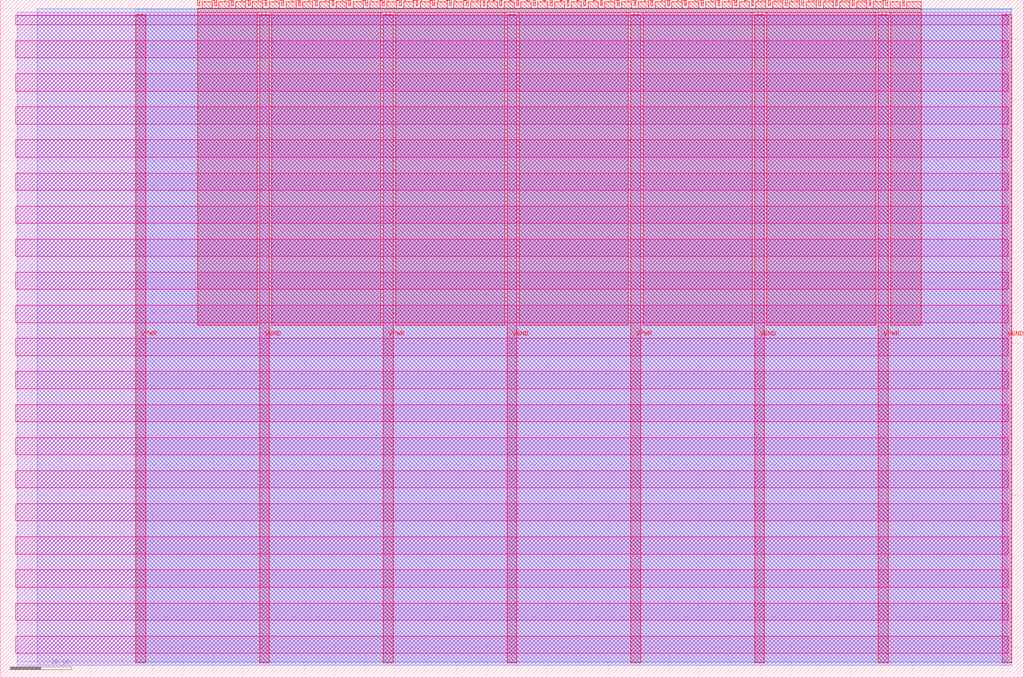
<source format=lef>
VERSION 5.7 ;
  NOWIREEXTENSIONATPIN ON ;
  DIVIDERCHAR "/" ;
  BUSBITCHARS "[]" ;
MACRO tt_um_devinatkin_stopwatch_dup2
  CLASS BLOCK ;
  FOREIGN tt_um_devinatkin_stopwatch_dup2 ;
  ORIGIN 0.000 0.000 ;
  SIZE 168.360 BY 111.520 ;
  PIN VGND
    DIRECTION INOUT ;
    USE GROUND ;
    PORT
      LAYER met4 ;
        RECT 42.670 2.480 44.270 109.040 ;
    END
    PORT
      LAYER met4 ;
        RECT 83.380 2.480 84.980 109.040 ;
    END
    PORT
      LAYER met4 ;
        RECT 124.090 2.480 125.690 109.040 ;
    END
    PORT
      LAYER met4 ;
        RECT 164.800 2.480 166.400 109.040 ;
    END
  END VGND
  PIN VPWR
    DIRECTION INOUT ;
    USE POWER ;
    PORT
      LAYER met4 ;
        RECT 22.315 2.480 23.915 109.040 ;
    END
    PORT
      LAYER met4 ;
        RECT 63.025 2.480 64.625 109.040 ;
    END
    PORT
      LAYER met4 ;
        RECT 103.735 2.480 105.335 109.040 ;
    END
    PORT
      LAYER met4 ;
        RECT 144.445 2.480 146.045 109.040 ;
    END
  END VPWR
  PIN clk
    DIRECTION INPUT ;
    USE SIGNAL ;
    ANTENNAGATEAREA 0.852000 ;
    PORT
      LAYER met4 ;
        RECT 145.670 110.520 145.970 111.520 ;
    END
  END clk
  PIN ena
    DIRECTION INPUT ;
    USE SIGNAL ;
    ANTENNAGATEAREA 0.196500 ;
    PORT
      LAYER met4 ;
        RECT 148.430 110.520 148.730 111.520 ;
    END
  END ena
  PIN rst_n
    DIRECTION INPUT ;
    USE SIGNAL ;
    ANTENNAGATEAREA 0.159000 ;
    PORT
      LAYER met4 ;
        RECT 142.910 110.520 143.210 111.520 ;
    END
  END rst_n
  PIN ui_in[0]
    DIRECTION INPUT ;
    USE SIGNAL ;
    ANTENNAGATEAREA 0.196500 ;
    PORT
      LAYER met4 ;
        RECT 140.150 110.520 140.450 111.520 ;
    END
  END ui_in[0]
  PIN ui_in[1]
    DIRECTION INPUT ;
    USE SIGNAL ;
    ANTENNAGATEAREA 0.196500 ;
    PORT
      LAYER met4 ;
        RECT 137.390 110.520 137.690 111.520 ;
    END
  END ui_in[1]
  PIN ui_in[2]
    DIRECTION INPUT ;
    USE SIGNAL ;
    ANTENNAGATEAREA 0.196500 ;
    PORT
      LAYER met4 ;
        RECT 134.630 110.520 134.930 111.520 ;
    END
  END ui_in[2]
  PIN ui_in[3]
    DIRECTION INPUT ;
    USE SIGNAL ;
    ANTENNAGATEAREA 0.196500 ;
    PORT
      LAYER met4 ;
        RECT 131.870 110.520 132.170 111.520 ;
    END
  END ui_in[3]
  PIN ui_in[4]
    DIRECTION INPUT ;
    USE SIGNAL ;
    ANTENNAGATEAREA 0.196500 ;
    PORT
      LAYER met4 ;
        RECT 129.110 110.520 129.410 111.520 ;
    END
  END ui_in[4]
  PIN ui_in[5]
    DIRECTION INPUT ;
    USE SIGNAL ;
    ANTENNAGATEAREA 0.196500 ;
    PORT
      LAYER met4 ;
        RECT 126.350 110.520 126.650 111.520 ;
    END
  END ui_in[5]
  PIN ui_in[6]
    DIRECTION INPUT ;
    USE SIGNAL ;
    PORT
      LAYER met4 ;
        RECT 123.590 110.520 123.890 111.520 ;
    END
  END ui_in[6]
  PIN ui_in[7]
    DIRECTION INPUT ;
    USE SIGNAL ;
    PORT
      LAYER met4 ;
        RECT 120.830 110.520 121.130 111.520 ;
    END
  END ui_in[7]
  PIN uio_in[0]
    DIRECTION INPUT ;
    USE SIGNAL ;
    PORT
      LAYER met4 ;
        RECT 118.070 110.520 118.370 111.520 ;
    END
  END uio_in[0]
  PIN uio_in[1]
    DIRECTION INPUT ;
    USE SIGNAL ;
    PORT
      LAYER met4 ;
        RECT 115.310 110.520 115.610 111.520 ;
    END
  END uio_in[1]
  PIN uio_in[2]
    DIRECTION INPUT ;
    USE SIGNAL ;
    PORT
      LAYER met4 ;
        RECT 112.550 110.520 112.850 111.520 ;
    END
  END uio_in[2]
  PIN uio_in[3]
    DIRECTION INPUT ;
    USE SIGNAL ;
    PORT
      LAYER met4 ;
        RECT 109.790 110.520 110.090 111.520 ;
    END
  END uio_in[3]
  PIN uio_in[4]
    DIRECTION INPUT ;
    USE SIGNAL ;
    PORT
      LAYER met4 ;
        RECT 107.030 110.520 107.330 111.520 ;
    END
  END uio_in[4]
  PIN uio_in[5]
    DIRECTION INPUT ;
    USE SIGNAL ;
    PORT
      LAYER met4 ;
        RECT 104.270 110.520 104.570 111.520 ;
    END
  END uio_in[5]
  PIN uio_in[6]
    DIRECTION INPUT ;
    USE SIGNAL ;
    PORT
      LAYER met4 ;
        RECT 101.510 110.520 101.810 111.520 ;
    END
  END uio_in[6]
  PIN uio_in[7]
    DIRECTION INPUT ;
    USE SIGNAL ;
    PORT
      LAYER met4 ;
        RECT 98.750 110.520 99.050 111.520 ;
    END
  END uio_in[7]
  PIN uio_oe[0]
    DIRECTION OUTPUT TRISTATE ;
    USE SIGNAL ;
    PORT
      LAYER met4 ;
        RECT 51.830 110.520 52.130 111.520 ;
    END
  END uio_oe[0]
  PIN uio_oe[1]
    DIRECTION OUTPUT TRISTATE ;
    USE SIGNAL ;
    PORT
      LAYER met4 ;
        RECT 49.070 110.520 49.370 111.520 ;
    END
  END uio_oe[1]
  PIN uio_oe[2]
    DIRECTION OUTPUT TRISTATE ;
    USE SIGNAL ;
    PORT
      LAYER met4 ;
        RECT 46.310 110.520 46.610 111.520 ;
    END
  END uio_oe[2]
  PIN uio_oe[3]
    DIRECTION OUTPUT TRISTATE ;
    USE SIGNAL ;
    PORT
      LAYER met4 ;
        RECT 43.550 110.520 43.850 111.520 ;
    END
  END uio_oe[3]
  PIN uio_oe[4]
    DIRECTION OUTPUT TRISTATE ;
    USE SIGNAL ;
    PORT
      LAYER met4 ;
        RECT 40.790 110.520 41.090 111.520 ;
    END
  END uio_oe[4]
  PIN uio_oe[5]
    DIRECTION OUTPUT TRISTATE ;
    USE SIGNAL ;
    PORT
      LAYER met4 ;
        RECT 38.030 110.520 38.330 111.520 ;
    END
  END uio_oe[5]
  PIN uio_oe[6]
    DIRECTION OUTPUT TRISTATE ;
    USE SIGNAL ;
    PORT
      LAYER met4 ;
        RECT 35.270 110.520 35.570 111.520 ;
    END
  END uio_oe[6]
  PIN uio_oe[7]
    DIRECTION OUTPUT TRISTATE ;
    USE SIGNAL ;
    PORT
      LAYER met4 ;
        RECT 32.510 110.520 32.810 111.520 ;
    END
  END uio_oe[7]
  PIN uio_out[0]
    DIRECTION OUTPUT TRISTATE ;
    USE SIGNAL ;
    ANTENNADIFFAREA 0.445500 ;
    PORT
      LAYER met4 ;
        RECT 73.910 110.520 74.210 111.520 ;
    END
  END uio_out[0]
  PIN uio_out[1]
    DIRECTION OUTPUT TRISTATE ;
    USE SIGNAL ;
    ANTENNADIFFAREA 0.445500 ;
    PORT
      LAYER met4 ;
        RECT 71.150 110.520 71.450 111.520 ;
    END
  END uio_out[1]
  PIN uio_out[2]
    DIRECTION OUTPUT TRISTATE ;
    USE SIGNAL ;
    ANTENNADIFFAREA 0.445500 ;
    PORT
      LAYER met4 ;
        RECT 68.390 110.520 68.690 111.520 ;
    END
  END uio_out[2]
  PIN uio_out[3]
    DIRECTION OUTPUT TRISTATE ;
    USE SIGNAL ;
    ANTENNADIFFAREA 0.445500 ;
    PORT
      LAYER met4 ;
        RECT 65.630 110.520 65.930 111.520 ;
    END
  END uio_out[3]
  PIN uio_out[4]
    DIRECTION OUTPUT TRISTATE ;
    USE SIGNAL ;
    PORT
      LAYER met4 ;
        RECT 62.870 110.520 63.170 111.520 ;
    END
  END uio_out[4]
  PIN uio_out[5]
    DIRECTION OUTPUT TRISTATE ;
    USE SIGNAL ;
    PORT
      LAYER met4 ;
        RECT 60.110 110.520 60.410 111.520 ;
    END
  END uio_out[5]
  PIN uio_out[6]
    DIRECTION OUTPUT TRISTATE ;
    USE SIGNAL ;
    PORT
      LAYER met4 ;
        RECT 57.350 110.520 57.650 111.520 ;
    END
  END uio_out[6]
  PIN uio_out[7]
    DIRECTION OUTPUT TRISTATE ;
    USE SIGNAL ;
    PORT
      LAYER met4 ;
        RECT 54.590 110.520 54.890 111.520 ;
    END
  END uio_out[7]
  PIN uo_out[0]
    DIRECTION OUTPUT TRISTATE ;
    USE SIGNAL ;
    ANTENNADIFFAREA 1.593000 ;
    PORT
      LAYER met4 ;
        RECT 95.990 110.520 96.290 111.520 ;
    END
  END uo_out[0]
  PIN uo_out[1]
    DIRECTION OUTPUT TRISTATE ;
    USE SIGNAL ;
    ANTENNADIFFAREA 1.593000 ;
    PORT
      LAYER met4 ;
        RECT 93.230 110.520 93.530 111.520 ;
    END
  END uo_out[1]
  PIN uo_out[2]
    DIRECTION OUTPUT TRISTATE ;
    USE SIGNAL ;
    ANTENNADIFFAREA 1.593000 ;
    PORT
      LAYER met4 ;
        RECT 90.470 110.520 90.770 111.520 ;
    END
  END uo_out[2]
  PIN uo_out[3]
    DIRECTION OUTPUT TRISTATE ;
    USE SIGNAL ;
    ANTENNADIFFAREA 1.593000 ;
    PORT
      LAYER met4 ;
        RECT 87.710 110.520 88.010 111.520 ;
    END
  END uo_out[3]
  PIN uo_out[4]
    DIRECTION OUTPUT TRISTATE ;
    USE SIGNAL ;
    ANTENNADIFFAREA 1.593000 ;
    PORT
      LAYER met4 ;
        RECT 84.950 110.520 85.250 111.520 ;
    END
  END uo_out[4]
  PIN uo_out[5]
    DIRECTION OUTPUT TRISTATE ;
    USE SIGNAL ;
    ANTENNADIFFAREA 1.593000 ;
    PORT
      LAYER met4 ;
        RECT 82.190 110.520 82.490 111.520 ;
    END
  END uo_out[5]
  PIN uo_out[6]
    DIRECTION OUTPUT TRISTATE ;
    USE SIGNAL ;
    ANTENNADIFFAREA 1.593000 ;
    PORT
      LAYER met4 ;
        RECT 79.430 110.520 79.730 111.520 ;
    END
  END uo_out[6]
  PIN uo_out[7]
    DIRECTION OUTPUT TRISTATE ;
    USE SIGNAL ;
    PORT
      LAYER met4 ;
        RECT 76.670 110.520 76.970 111.520 ;
    END
  END uo_out[7]
  OBS
      LAYER nwell ;
        RECT 2.570 107.385 165.790 108.990 ;
        RECT 2.570 101.945 165.790 104.775 ;
        RECT 2.570 96.505 165.790 99.335 ;
        RECT 2.570 91.065 165.790 93.895 ;
        RECT 2.570 85.625 165.790 88.455 ;
        RECT 2.570 80.185 165.790 83.015 ;
        RECT 2.570 74.745 165.790 77.575 ;
        RECT 2.570 69.305 165.790 72.135 ;
        RECT 2.570 63.865 165.790 66.695 ;
        RECT 2.570 58.425 165.790 61.255 ;
        RECT 2.570 52.985 165.790 55.815 ;
        RECT 2.570 47.545 165.790 50.375 ;
        RECT 2.570 42.105 165.790 44.935 ;
        RECT 2.570 36.665 165.790 39.495 ;
        RECT 2.570 31.225 165.790 34.055 ;
        RECT 2.570 25.785 165.790 28.615 ;
        RECT 2.570 20.345 165.790 23.175 ;
        RECT 2.570 14.905 165.790 17.735 ;
        RECT 2.570 9.465 165.790 12.295 ;
        RECT 2.570 4.025 165.790 6.855 ;
      LAYER li1 ;
        RECT 2.760 2.635 165.600 108.885 ;
      LAYER met1 ;
        RECT 2.760 2.080 166.400 109.440 ;
      LAYER met2 ;
        RECT 6.080 2.050 166.370 110.005 ;
      LAYER met3 ;
        RECT 22.325 2.555 166.390 109.985 ;
      LAYER met4 ;
        RECT 33.210 110.120 34.870 111.170 ;
        RECT 35.970 110.120 37.630 111.170 ;
        RECT 38.730 110.120 40.390 111.170 ;
        RECT 41.490 110.120 43.150 111.170 ;
        RECT 44.250 110.120 45.910 111.170 ;
        RECT 47.010 110.120 48.670 111.170 ;
        RECT 49.770 110.120 51.430 111.170 ;
        RECT 52.530 110.120 54.190 111.170 ;
        RECT 55.290 110.120 56.950 111.170 ;
        RECT 58.050 110.120 59.710 111.170 ;
        RECT 60.810 110.120 62.470 111.170 ;
        RECT 63.570 110.120 65.230 111.170 ;
        RECT 66.330 110.120 67.990 111.170 ;
        RECT 69.090 110.120 70.750 111.170 ;
        RECT 71.850 110.120 73.510 111.170 ;
        RECT 74.610 110.120 76.270 111.170 ;
        RECT 77.370 110.120 79.030 111.170 ;
        RECT 80.130 110.120 81.790 111.170 ;
        RECT 82.890 110.120 84.550 111.170 ;
        RECT 85.650 110.120 87.310 111.170 ;
        RECT 88.410 110.120 90.070 111.170 ;
        RECT 91.170 110.120 92.830 111.170 ;
        RECT 93.930 110.120 95.590 111.170 ;
        RECT 96.690 110.120 98.350 111.170 ;
        RECT 99.450 110.120 101.110 111.170 ;
        RECT 102.210 110.120 103.870 111.170 ;
        RECT 104.970 110.120 106.630 111.170 ;
        RECT 107.730 110.120 109.390 111.170 ;
        RECT 110.490 110.120 112.150 111.170 ;
        RECT 113.250 110.120 114.910 111.170 ;
        RECT 116.010 110.120 117.670 111.170 ;
        RECT 118.770 110.120 120.430 111.170 ;
        RECT 121.530 110.120 123.190 111.170 ;
        RECT 124.290 110.120 125.950 111.170 ;
        RECT 127.050 110.120 128.710 111.170 ;
        RECT 129.810 110.120 131.470 111.170 ;
        RECT 132.570 110.120 134.230 111.170 ;
        RECT 135.330 110.120 136.990 111.170 ;
        RECT 138.090 110.120 139.750 111.170 ;
        RECT 140.850 110.120 142.510 111.170 ;
        RECT 143.610 110.120 145.270 111.170 ;
        RECT 146.370 110.120 148.030 111.170 ;
        RECT 149.130 110.120 151.505 111.170 ;
        RECT 32.495 109.440 151.505 110.120 ;
        RECT 32.495 57.975 42.270 109.440 ;
        RECT 44.670 57.975 62.625 109.440 ;
        RECT 65.025 57.975 82.980 109.440 ;
        RECT 85.380 57.975 103.335 109.440 ;
        RECT 105.735 57.975 123.690 109.440 ;
        RECT 126.090 57.975 144.045 109.440 ;
        RECT 146.445 57.975 151.505 109.440 ;
  END
END tt_um_devinatkin_stopwatch_dup2
END LIBRARY


</source>
